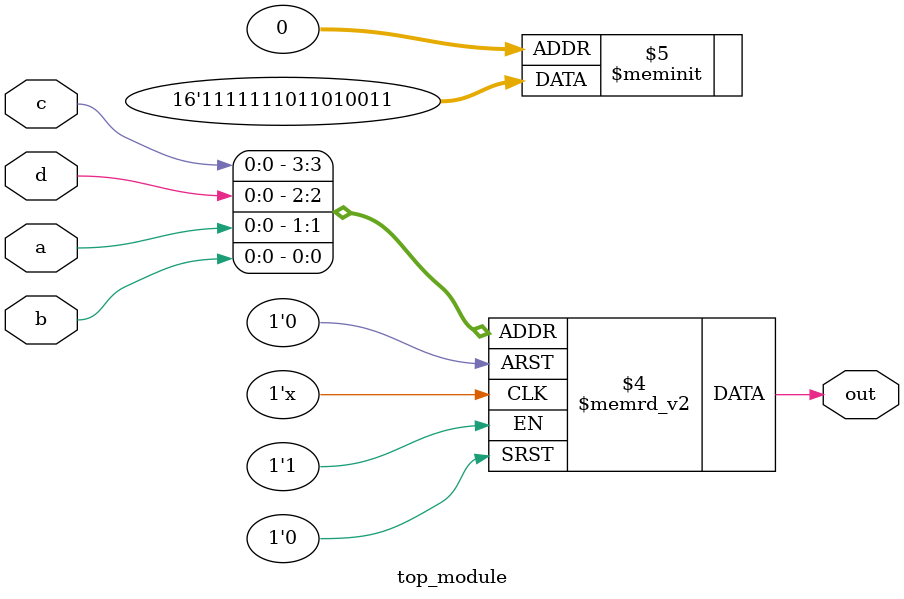
<source format=sv>
module top_module (
    input a, 
    input b,
    input c,
    input d,
    output reg out
);

always @(*) begin
    case ({c, d, a, b})
        4'b0000: out = 1'b1;
        4'b0001: out = 1'b1;
        4'b0010: out = 1'b0;
        4'b0011: out = 1'b0;
        4'b0100: out = 1'b1;
        4'b0101: out = 1'b0;
        4'b0110: out = 1'b1;
        4'b0111: out = 1'b1;
        4'b1000: out = 1'b0;
        4'b1001: out = 1'b1;
        4'b1010: out = 1'b1;
        4'b1011: out = 1'b1;
        4'b1100: out = 1'b1;
        4'b1101: out = 1'b1;
        4'b1110: out = 1'b1;
        4'b1111: out = 1'b1;
    endcase
end

endmodule

</source>
